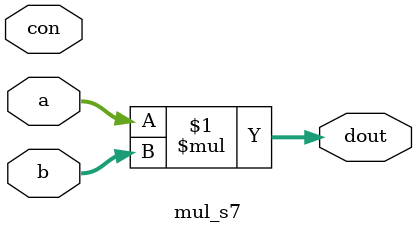
<source format=v>

module mul_s7 (
	a, b, dout, con
);
	input signed [6:0] a, b;
	output signed [13:0] dout;
	input con;

	// -> t« s7 x s7 = s14 rbgæZ
	assign dout = a * b;

endmodule

</source>
